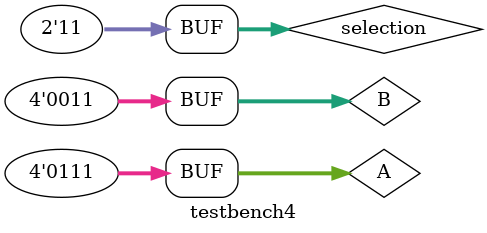
<source format=sv>
`timescale 1ns / 1ps


module testbench4();
logic[3:0] A;
logic[3:0] B;
logic[1:0] selection;
logic[3:0] out1;
logic[3:0] out2;

alu dut( A, B, selection, out1, out2);

initial begin
A = 4'b0111; B = 4'b0011; selection = 2'b00; #5;
A = 4'b0111; B = 4'b0011; selection = 2'b01; #5;
A = 4'b0111; B = 4'b0011; selection = 2'b10; #5;
A = 4'b0111; B = 4'b0011; selection = 2'b11; #5;

end


endmodule

</source>
